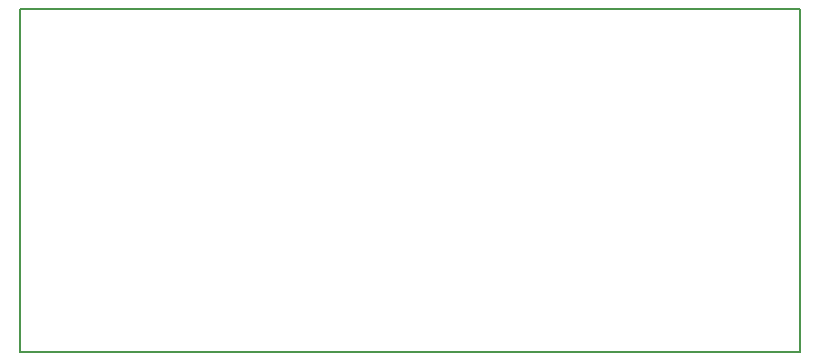
<source format=gko>
G04 This is an RS-274x file exported by *
G04 gerbv version 2.6.0 *
G04 More information is available about gerbv at *
G04 http://gerbv.gpleda.org/ *
G04 --End of header info--*
%MOIN*%
%FSLAX34Y34*%
%IPPOS*%
G04 --Define apertures--*
%ADD10C,0.0039*%
%ADD11C,0.0059*%
G04 --Start main section--*
G54D11*
G01X0000000Y-011417D02*
G01X0025984Y-011417D01*
G01X0000000Y0000000D02*
G01X0000000Y-011417D01*
G01X0025984Y0000000D02*
G01X0000000Y0000000D01*
G01X0025984Y-011417D02*
G01X0025984Y0000000D01*
M02*

</source>
